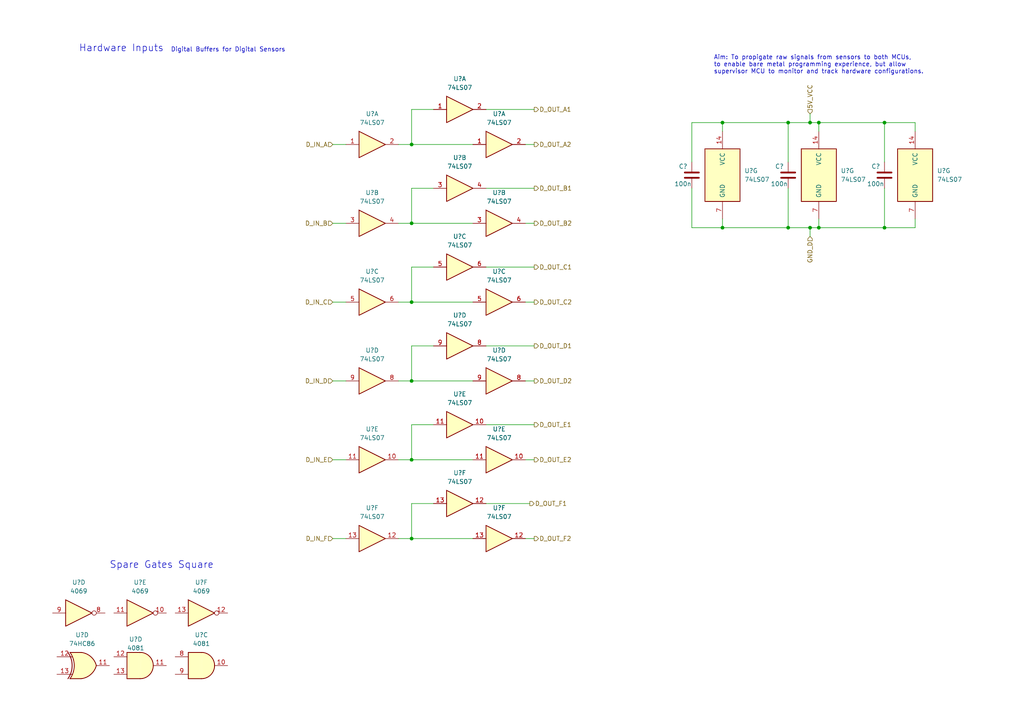
<source format=kicad_sch>
(kicad_sch (version 20211123) (generator eeschema)
  (paper "A4")
  (lib_symbols
    (symbol "000_Capacitor_Film_Immo:cap_film_0805" (pin_numbers hide) (pin_names (offset 0.254))
      (property "Reference" "C" (at 0.635 2.54 0))
      (property "Value" "cap_film_0805" (at 0.635 -2.54 0))
      (symbol "cap_film_0805_0_1"
        (polyline (pts (xy -2.032 -0.762) (xy 2.032 -0.762)) (stroke (width 0.508)))
        (polyline (pts (xy -2.032 0.762) (xy 2.032 0.762)) (stroke (width 0.508)))
      )
      (symbol "cap_film_0805_1_1"
        (pin passive line (at 0 3.81 270) (length 2.794) (name "~") (number "1"))
        (pin passive line (at 0 -3.81 90) (length 2.794) (name "~") (number "2"))
      )
    )
    (symbol "4xxx:4069" (pin_names (offset 1.016))
      (property "Reference" "U" (at 0 1.27 0))
      (property "Value" "4069" (at 0 -1.27 0))
      (symbol "4069_1_0"
        (polyline (pts (xy -3.81 3.81) (xy -3.81 -3.81) (xy 3.81 0) (xy -3.81 3.81)) (stroke (width 0.254)) (fill (type background)))
        (pin input line (at -7.62 0 0) (length 3.81) (name "~") (number "1"))
        (pin output inverted (at 7.62 0 180) (length 3.81) (name "~") (number "2"))
      )
      (symbol "4069_2_0"
        (polyline (pts (xy -3.81 3.81) (xy -3.81 -3.81) (xy 3.81 0) (xy -3.81 3.81)) (stroke (width 0.254)) (fill (type background)))
        (pin input line (at -7.62 0 0) (length 3.81) (name "~") (number "3"))
        (pin output inverted (at 7.62 0 180) (length 3.81) (name "~") (number "4"))
      )
      (symbol "4069_3_0"
        (polyline (pts (xy -3.81 3.81) (xy -3.81 -3.81) (xy 3.81 0) (xy -3.81 3.81)) (stroke (width 0.254)) (fill (type background)))
        (pin input line (at -7.62 0 0) (length 3.81) (name "~") (number "5"))
        (pin output inverted (at 7.62 0 180) (length 3.81) (name "~") (number "6"))
      )
      (symbol "4069_4_0"
        (polyline (pts (xy -3.81 3.81) (xy -3.81 -3.81) (xy 3.81 0) (xy -3.81 3.81)) (stroke (width 0.254)) (fill (type background)))
        (pin output inverted (at 7.62 0 180) (length 3.81) (name "~") (number "8"))
        (pin input line (at -7.62 0 0) (length 3.81) (name "~") (number "9"))
      )
      (symbol "4069_5_0"
        (polyline (pts (xy -3.81 3.81) (xy -3.81 -3.81) (xy 3.81 0) (xy -3.81 3.81)) (stroke (width 0.254)) (fill (type background)))
        (pin output inverted (at 7.62 0 180) (length 3.81) (name "~") (number "10"))
        (pin input line (at -7.62 0 0) (length 3.81) (name "~") (number "11"))
      )
      (symbol "4069_6_0"
        (polyline (pts (xy -3.81 3.81) (xy -3.81 -3.81) (xy 3.81 0) (xy -3.81 3.81)) (stroke (width 0.254)) (fill (type background)))
        (pin output inverted (at 7.62 0 180) (length 3.81) (name "~") (number "12"))
        (pin input line (at -7.62 0 0) (length 3.81) (name "~") (number "13"))
      )
      (symbol "4069_7_0"
        (pin power_in line (at 0 12.7 270) (length 5.08) (name "VDD") (number "14"))
        (pin power_in line (at 0 -12.7 90) (length 5.08) (name "VSS") (number "7"))
      )
      (symbol "4069_7_1"
        (rectangle (start -5.08 7.62) (end 5.08 -7.62) (stroke (width 0.254)) (fill (type background)))
      )
    )
    (symbol "4xxx:4081" (pin_names (offset 1.016))
      (property "Reference" "U" (at 0 1.27 0))
      (property "Value" "4081" (at 0 -1.27 0))
      (symbol "4081_1_1"
        (arc (start 0 -3.81) (mid 3.81 0) (end 0 3.81) (stroke (width 0.254)) (fill (type background)))
        (polyline (pts (xy 0 3.81) (xy -3.81 3.81) (xy -3.81 -3.81) (xy 0 -3.81)) (stroke (width 0.254)) (fill (type background)))
        (pin input line (at -7.62 2.54 0) (length 3.81) (name "~") (number "1"))
        (pin input line (at -7.62 -2.54 0) (length 3.81) (name "~") (number "2"))
        (pin output line (at 7.62 0 180) (length 3.81) (name "~") (number "3"))
      )
      (symbol "4081_1_2"
        (arc (start -3.81 -3.81) (mid -2.589 0) (end -3.81 3.81) (stroke (width 0.254)))
        (arc (start -0.6096 -3.81) (mid 2.1855 -2.584) (end 3.81 0) (stroke (width 0.254)) (fill (type background)))
        (polyline (pts (xy -3.81 -3.81) (xy -0.635 -3.81)) (stroke (width 0.254)) (fill (type background)))
        (polyline (pts (xy -3.81 3.81) (xy -0.635 3.81)) (stroke (width 0.254)) (fill (type background)))
        (polyline (pts (xy -0.635 3.81) (xy -3.81 3.81) (xy -3.81 3.81) (xy -3.556 3.4036) (xy -3.0226 2.2606) (xy -2.6924 1.0414) (xy -2.6162 -0.254) (xy -2.7686 -1.4986) (xy -3.175 -2.7178) (xy -3.81 -3.81) (xy -3.81 -3.81) (xy -0.635 -3.81)) (stroke (width -25.4)) (fill (type background)))
        (arc (start 3.81 0) (mid 2.1928 2.5925) (end -0.6096 3.81) (stroke (width 0.254)) (fill (type background)))
        (pin input inverted (at -7.62 2.54 0) (length 4.318) (name "~") (number "1"))
        (pin input inverted (at -7.62 -2.54 0) (length 4.318) (name "~") (number "2"))
        (pin output inverted (at 7.62 0 180) (length 3.81) (name "~") (number "3"))
      )
      (symbol "4081_2_1"
        (arc (start 0 -3.81) (mid 3.81 0) (end 0 3.81) (stroke (width 0.254)) (fill (type background)))
        (polyline (pts (xy 0 3.81) (xy -3.81 3.81) (xy -3.81 -3.81) (xy 0 -3.81)) (stroke (width 0.254)) (fill (type background)))
        (pin output line (at 7.62 0 180) (length 3.81) (name "~") (number "4"))
        (pin input line (at -7.62 2.54 0) (length 3.81) (name "~") (number "5"))
        (pin input line (at -7.62 -2.54 0) (length 3.81) (name "~") (number "6"))
      )
      (symbol "4081_2_2"
        (arc (start -3.81 -3.81) (mid -2.589 0) (end -3.81 3.81) (stroke (width 0.254)))
        (arc (start -0.6096 -3.81) (mid 2.1855 -2.584) (end 3.81 0) (stroke (width 0.254)) (fill (type background)))
        (polyline (pts (xy -3.81 -3.81) (xy -0.635 -3.81)) (stroke (width 0.254)) (fill (type background)))
        (polyline (pts (xy -3.81 3.81) (xy -0.635 3.81)) (stroke (width 0.254)) (fill (type background)))
        (polyline (pts (xy -0.635 3.81) (xy -3.81 3.81) (xy -3.81 3.81) (xy -3.556 3.4036) (xy -3.0226 2.2606) (xy -2.6924 1.0414) (xy -2.6162 -0.254) (xy -2.7686 -1.4986) (xy -3.175 -2.7178) (xy -3.81 -3.81) (xy -3.81 -3.81) (xy -0.635 -3.81)) (stroke (width -25.4)) (fill (type background)))
        (arc (start 3.81 0) (mid 2.1928 2.5925) (end -0.6096 3.81) (stroke (width 0.254)) (fill (type background)))
        (pin output inverted (at 7.62 0 180) (length 3.81) (name "~") (number "4"))
        (pin input inverted (at -7.62 2.54 0) (length 4.318) (name "~") (number "5"))
        (pin input inverted (at -7.62 -2.54 0) (length 4.318) (name "~") (number "6"))
      )
      (symbol "4081_3_1"
        (arc (start 0 -3.81) (mid 3.81 0) (end 0 3.81) (stroke (width 0.254)) (fill (type background)))
        (polyline (pts (xy 0 3.81) (xy -3.81 3.81) (xy -3.81 -3.81) (xy 0 -3.81)) (stroke (width 0.254)) (fill (type background)))
        (pin output line (at 7.62 0 180) (length 3.81) (name "~") (number "10"))
        (pin input line (at -7.62 2.54 0) (length 3.81) (name "~") (number "8"))
        (pin input line (at -7.62 -2.54 0) (length 3.81) (name "~") (number "9"))
      )
      (symbol "4081_3_2"
        (arc (start -3.81 -3.81) (mid -2.589 0) (end -3.81 3.81) (stroke (width 0.254)))
        (arc (start -0.6096 -3.81) (mid 2.1855 -2.584) (end 3.81 0) (stroke (width 0.254)) (fill (type background)))
        (polyline (pts (xy -3.81 -3.81) (xy -0.635 -3.81)) (stroke (width 0.254)) (fill (type background)))
        (polyline (pts (xy -3.81 3.81) (xy -0.635 3.81)) (stroke (width 0.254)) (fill (type background)))
        (polyline (pts (xy -0.635 3.81) (xy -3.81 3.81) (xy -3.81 3.81) (xy -3.556 3.4036) (xy -3.0226 2.2606) (xy -2.6924 1.0414) (xy -2.6162 -0.254) (xy -2.7686 -1.4986) (xy -3.175 -2.7178) (xy -3.81 -3.81) (xy -3.81 -3.81) (xy -0.635 -3.81)) (stroke (width -25.4)) (fill (type background)))
        (arc (start 3.81 0) (mid 2.1928 2.5925) (end -0.6096 3.81) (stroke (width 0.254)) (fill (type background)))
        (pin output inverted (at 7.62 0 180) (length 3.81) (name "~") (number "10"))
        (pin input inverted (at -7.62 2.54 0) (length 4.318) (name "~") (number "8"))
        (pin input inverted (at -7.62 -2.54 0) (length 4.318) (name "~") (number "9"))
      )
      (symbol "4081_4_1"
        (arc (start 0 -3.81) (mid 3.81 0) (end 0 3.81) (stroke (width 0.254)) (fill (type background)))
        (polyline (pts (xy 0 3.81) (xy -3.81 3.81) (xy -3.81 -3.81) (xy 0 -3.81)) (stroke (width 0.254)) (fill (type background)))
        (pin output line (at 7.62 0 180) (length 3.81) (name "~") (number "11"))
        (pin input line (at -7.62 2.54 0) (length 3.81) (name "~") (number "12"))
        (pin input line (at -7.62 -2.54 0) (length 3.81) (name "~") (number "13"))
      )
      (symbol "4081_4_2"
        (arc (start -3.81 -3.81) (mid -2.589 0) (end -3.81 3.81) (stroke (width 0.254)))
        (arc (start -0.6096 -3.81) (mid 2.1855 -2.584) (end 3.81 0) (stroke (width 0.254)) (fill (type background)))
        (polyline (pts (xy -3.81 -3.81) (xy -0.635 -3.81)) (stroke (width 0.254)) (fill (type background)))
        (polyline (pts (xy -3.81 3.81) (xy -0.635 3.81)) (stroke (width 0.254)) (fill (type background)))
        (polyline (pts (xy -0.635 3.81) (xy -3.81 3.81) (xy -3.81 3.81) (xy -3.556 3.4036) (xy -3.0226 2.2606) (xy -2.6924 1.0414) (xy -2.6162 -0.254) (xy -2.7686 -1.4986) (xy -3.175 -2.7178) (xy -3.81 -3.81) (xy -3.81 -3.81) (xy -0.635 -3.81)) (stroke (width -25.4)) (fill (type background)))
        (arc (start 3.81 0) (mid 2.1928 2.5925) (end -0.6096 3.81) (stroke (width 0.254)) (fill (type background)))
        (pin output inverted (at 7.62 0 180) (length 3.81) (name "~") (number "11"))
        (pin input inverted (at -7.62 2.54 0) (length 4.318) (name "~") (number "12"))
        (pin input inverted (at -7.62 -2.54 0) (length 4.318) (name "~") (number "13"))
      )
      (symbol "4081_5_0"
        (pin power_in line (at 0 12.7 270) (length 5.08) (name "VDD") (number "14"))
        (pin power_in line (at 0 -12.7 90) (length 5.08) (name "VSS") (number "7"))
      )
      (symbol "4081_5_1"
        (rectangle (start -5.08 7.62) (end 5.08 -7.62) (stroke (width 0.254)) (fill (type background)))
      )
    )
    (symbol "74xx:74HC86" (pin_names (offset 1.016))
      (property "Reference" "U" (at 0 1.27 0))
      (property "Value" "74HC86" (at 0 -1.27 0))
      (symbol "74HC86_1_0"
        (arc (start -4.4196 -3.81) (mid -3.2033 0) (end -4.4196 3.81) (stroke (width 0.254)))
        (arc (start -3.81 -3.81) (mid -2.589 0) (end -3.81 3.81) (stroke (width 0.254)))
        (arc (start -0.6096 -3.81) (mid 2.1855 -2.584) (end 3.81 0) (stroke (width 0.254)) (fill (type background)))
        (polyline (pts (xy -3.81 -3.81) (xy -0.635 -3.81)) (stroke (width 0.254)) (fill (type background)))
        (polyline (pts (xy -3.81 3.81) (xy -0.635 3.81)) (stroke (width 0.254)) (fill (type background)))
        (polyline (pts (xy -0.635 3.81) (xy -3.81 3.81) (xy -3.81 3.81) (xy -3.556 3.4036) (xy -3.0226 2.2606) (xy -2.6924 1.0414) (xy -2.6162 -0.254) (xy -2.7686 -1.4986) (xy -3.175 -2.7178) (xy -3.81 -3.81) (xy -3.81 -3.81) (xy -0.635 -3.81)) (stroke (width -25.4)) (fill (type background)))
        (arc (start 3.81 0) (mid 2.1928 2.5925) (end -0.6096 3.81) (stroke (width 0.254)) (fill (type background)))
        (pin input line (at -7.62 2.54 0) (length 4.445) (name "~") (number "1"))
        (pin input line (at -7.62 -2.54 0) (length 4.445) (name "~") (number "2"))
        (pin output line (at 7.62 0 180) (length 3.81) (name "~") (number "3"))
      )
      (symbol "74HC86_1_1"
        (polyline (pts (xy -3.81 -2.54) (xy -3.175 -2.54)) (stroke (width 0.1524)))
        (polyline (pts (xy -3.81 2.54) (xy -3.175 2.54)) (stroke (width 0.1524)))
      )
      (symbol "74HC86_2_0"
        (arc (start -4.4196 -3.81) (mid -3.2033 0) (end -4.4196 3.81) (stroke (width 0.254)))
        (arc (start -3.81 -3.81) (mid -2.589 0) (end -3.81 3.81) (stroke (width 0.254)))
        (arc (start -0.6096 -3.81) (mid 2.1855 -2.584) (end 3.81 0) (stroke (width 0.254)) (fill (type background)))
        (polyline (pts (xy -3.81 -3.81) (xy -0.635 -3.81)) (stroke (width 0.254)) (fill (type background)))
        (polyline (pts (xy -3.81 3.81) (xy -0.635 3.81)) (stroke (width 0.254)) (fill (type background)))
        (polyline (pts (xy -0.635 3.81) (xy -3.81 3.81) (xy -3.81 3.81) (xy -3.556 3.4036) (xy -3.0226 2.2606) (xy -2.6924 1.0414) (xy -2.6162 -0.254) (xy -2.7686 -1.4986) (xy -3.175 -2.7178) (xy -3.81 -3.81) (xy -3.81 -3.81) (xy -0.635 -3.81)) (stroke (width -25.4)) (fill (type background)))
        (arc (start 3.81 0) (mid 2.1928 2.5925) (end -0.6096 3.81) (stroke (width 0.254)) (fill (type background)))
        (pin input line (at -7.62 2.54 0) (length 4.445) (name "~") (number "4"))
        (pin input line (at -7.62 -2.54 0) (length 4.445) (name "~") (number "5"))
        (pin output line (at 7.62 0 180) (length 3.81) (name "~") (number "6"))
      )
      (symbol "74HC86_2_1"
        (polyline (pts (xy -3.81 -2.54) (xy -3.175 -2.54)) (stroke (width 0.1524)))
        (polyline (pts (xy -3.81 2.54) (xy -3.175 2.54)) (stroke (width 0.1524)))
      )
      (symbol "74HC86_3_0"
        (arc (start -4.4196 -3.81) (mid -3.2033 0) (end -4.4196 3.81) (stroke (width 0.254)))
        (arc (start -3.81 -3.81) (mid -2.589 0) (end -3.81 3.81) (stroke (width 0.254)))
        (arc (start -0.6096 -3.81) (mid 2.1855 -2.584) (end 3.81 0) (stroke (width 0.254)) (fill (type background)))
        (polyline (pts (xy -3.81 -3.81) (xy -0.635 -3.81)) (stroke (width 0.254)) (fill (type background)))
        (polyline (pts (xy -3.81 3.81) (xy -0.635 3.81)) (stroke (width 0.254)) (fill (type background)))
        (polyline (pts (xy -0.635 3.81) (xy -3.81 3.81) (xy -3.81 3.81) (xy -3.556 3.4036) (xy -3.0226 2.2606) (xy -2.6924 1.0414) (xy -2.6162 -0.254) (xy -2.7686 -1.4986) (xy -3.175 -2.7178) (xy -3.81 -3.81) (xy -3.81 -3.81) (xy -0.635 -3.81)) (stroke (width -25.4)) (fill (type background)))
        (arc (start 3.81 0) (mid 2.1928 2.5925) (end -0.6096 3.81) (stroke (width 0.254)) (fill (type background)))
        (pin input line (at -7.62 -2.54 0) (length 4.445) (name "~") (number "10"))
        (pin output line (at 7.62 0 180) (length 3.81) (name "~") (number "8"))
        (pin input line (at -7.62 2.54 0) (length 4.445) (name "~") (number "9"))
      )
      (symbol "74HC86_3_1"
        (polyline (pts (xy -3.81 -2.54) (xy -3.175 -2.54)) (stroke (width 0.1524)))
        (polyline (pts (xy -3.81 2.54) (xy -3.175 2.54)) (stroke (width 0.1524)))
      )
      (symbol "74HC86_4_0"
        (arc (start -4.4196 -3.81) (mid -3.2033 0) (end -4.4196 3.81) (stroke (width 0.254)))
        (arc (start -3.81 -3.81) (mid -2.589 0) (end -3.81 3.81) (stroke (width 0.254)))
        (arc (start -0.6096 -3.81) (mid 2.1855 -2.584) (end 3.81 0) (stroke (width 0.254)) (fill (type background)))
        (polyline (pts (xy -3.81 -3.81) (xy -0.635 -3.81)) (stroke (width 0.254)) (fill (type background)))
        (polyline (pts (xy -3.81 3.81) (xy -0.635 3.81)) (stroke (width 0.254)) (fill (type background)))
        (polyline (pts (xy -0.635 3.81) (xy -3.81 3.81) (xy -3.81 3.81) (xy -3.556 3.4036) (xy -3.0226 2.2606) (xy -2.6924 1.0414) (xy -2.6162 -0.254) (xy -2.7686 -1.4986) (xy -3.175 -2.7178) (xy -3.81 -3.81) (xy -3.81 -3.81) (xy -0.635 -3.81)) (stroke (width -25.4)) (fill (type background)))
        (arc (start 3.81 0) (mid 2.1928 2.5925) (end -0.6096 3.81) (stroke (width 0.254)) (fill (type background)))
        (pin output line (at 7.62 0 180) (length 3.81) (name "~") (number "11"))
        (pin input line (at -7.62 2.54 0) (length 4.445) (name "~") (number "12"))
        (pin input line (at -7.62 -2.54 0) (length 4.445) (name "~") (number "13"))
      )
      (symbol "74HC86_4_1"
        (polyline (pts (xy -3.81 -2.54) (xy -3.175 -2.54)) (stroke (width 0.1524)))
        (polyline (pts (xy -3.81 2.54) (xy -3.175 2.54)) (stroke (width 0.1524)))
      )
      (symbol "74HC86_5_0"
        (pin power_in line (at 0 12.7 270) (length 5.08) (name "VCC") (number "14"))
        (pin power_in line (at 0 -12.7 90) (length 5.08) (name "GND") (number "7"))
      )
      (symbol "74HC86_5_1"
        (rectangle (start -5.08 7.62) (end 5.08 -7.62) (stroke (width 0.254)) (fill (type background)))
      )
    )
    (symbol "74xx:74LS07" (pin_names (offset 1.016))
      (property "Reference" "U" (at 0 1.27 0))
      (property "Value" "74LS07" (at 0 -1.27 0))
      (symbol "74LS07_1_0"
        (polyline (pts (xy -3.81 3.81) (xy -3.81 -3.81) (xy 3.81 0) (xy -3.81 3.81)) (stroke (width 0.254)) (fill (type background)))
        (pin input line (at -7.62 0 0) (length 3.81) (name "~") (number "1"))
        (pin open_collector line (at 7.62 0 180) (length 3.81) (name "~") (number "2"))
      )
      (symbol "74LS07_2_0"
        (polyline (pts (xy -3.81 3.81) (xy -3.81 -3.81) (xy 3.81 0) (xy -3.81 3.81)) (stroke (width 0.254)) (fill (type background)))
        (pin input line (at -7.62 0 0) (length 3.81) (name "~") (number "3"))
        (pin open_collector line (at 7.62 0 180) (length 3.81) (name "~") (number "4"))
      )
      (symbol "74LS07_3_0"
        (polyline (pts (xy -3.81 3.81) (xy -3.81 -3.81) (xy 3.81 0) (xy -3.81 3.81)) (stroke (width 0.254)) (fill (type background)))
        (pin input line (at -7.62 0 0) (length 3.81) (name "~") (number "5"))
        (pin open_collector line (at 7.62 0 180) (length 3.81) (name "~") (number "6"))
      )
      (symbol "74LS07_4_0"
        (polyline (pts (xy -3.81 3.81) (xy -3.81 -3.81) (xy 3.81 0) (xy -3.81 3.81)) (stroke (width 0.254)) (fill (type background)))
        (pin open_collector line (at 7.62 0 180) (length 3.81) (name "~") (number "8"))
        (pin input line (at -7.62 0 0) (length 3.81) (name "~") (number "9"))
      )
      (symbol "74LS07_5_0"
        (polyline (pts (xy -3.81 3.81) (xy -3.81 -3.81) (xy 3.81 0) (xy -3.81 3.81)) (stroke (width 0.254)) (fill (type background)))
        (pin open_collector line (at 7.62 0 180) (length 3.81) (name "~") (number "10"))
        (pin input line (at -7.62 0 0) (length 3.81) (name "~") (number "11"))
      )
      (symbol "74LS07_6_0"
        (polyline (pts (xy -3.81 3.81) (xy -3.81 -3.81) (xy 3.81 0) (xy -3.81 3.81)) (stroke (width 0.254)) (fill (type background)))
        (pin open_collector line (at 7.62 0 180) (length 3.81) (name "~") (number "12"))
        (pin input line (at -7.62 0 0) (length 3.81) (name "~") (number "13"))
      )
      (symbol "74LS07_7_0"
        (pin power_in line (at 0 12.7 270) (length 5.08) (name "VCC") (number "14"))
        (pin power_in line (at 0 -12.7 90) (length 5.08) (name "GND") (number "7"))
      )
      (symbol "74LS07_7_1"
        (rectangle (start -5.08 7.62) (end 5.08 -7.62) (stroke (width 0.254)) (fill (type background)))
      )
    )
  )
  (junction (at 119.38 41.91))
  (junction (at 119.38 87.63))
  (junction (at 119.38 133.35))
  (junction (at 119.38 64.77))
  (junction (at 209.55 66.04))
  (junction (at 237.49 35.56))
  (junction (at 256.54 35.56))
  (junction (at 228.6 35.56))
  (junction (at 119.38 156.21))
  (junction (at 256.54 66.04))
  (junction (at 209.55 35.56))
  (junction (at 234.95 66.04))
  (junction (at 228.6 66.04))
  (junction (at 119.38 110.49))
  (junction (at 234.95 35.56))
  (junction (at 237.49 66.04))
  (wire (pts (xy 119.38 54.61) (xy 119.38 64.77)))
  (wire (pts (xy 125.73 100.33) (xy 119.38 100.33)))
  (wire (pts (xy 256.54 35.56) (xy 256.54 46.99)))
  (wire (pts (xy 125.73 54.61) (xy 119.38 54.61)))
  (wire (pts (xy 137.16 64.77) (xy 119.38 64.77)))
  (wire (pts (xy 140.97 31.75) (xy 154.94 31.75)))
  (wire (pts (xy 125.73 123.19) (xy 119.38 123.19)))
  (wire (pts (xy 228.6 35.56) (xy 228.6 46.99)))
  (wire (pts (xy 200.66 35.56) (xy 200.66 46.99)))
  (wire (pts (xy 209.55 35.56) (xy 200.66 35.56)))
  (wire (pts (xy 237.49 35.56) (xy 256.54 35.56)))
  (wire (pts (xy 96.52 156.21) (xy 100.33 156.21)))
  (wire (pts (xy 228.6 66.04) (xy 234.95 66.04)))
  (wire (pts (xy 237.49 35.56) (xy 237.49 38.1)))
  (wire (pts (xy 234.95 35.56) (xy 237.49 35.56)))
  (wire (pts (xy 234.95 66.04) (xy 237.49 66.04)))
  (wire (pts (xy 256.54 35.56) (xy 265.43 35.56)))
  (wire (pts (xy 237.49 63.5) (xy 237.49 66.04)))
  (wire (pts (xy 209.55 63.5) (xy 209.55 66.04)))
  (wire (pts (xy 119.38 146.05) (xy 119.38 156.21)))
  (wire (pts (xy 140.97 146.05) (xy 153.67 146.05)))
  (wire (pts (xy 96.52 41.91) (xy 100.33 41.91)))
  (wire (pts (xy 265.43 35.56) (xy 265.43 38.1)))
  (wire (pts (xy 119.38 156.21) (xy 137.16 156.21)))
  (wire (pts (xy 140.97 54.61) (xy 154.94 54.61)))
  (wire (pts (xy 234.95 35.56) (xy 228.6 35.56)))
  (wire (pts (xy 228.6 54.61) (xy 228.6 66.04)))
  (wire (pts (xy 115.57 133.35) (xy 119.38 133.35)))
  (wire (pts (xy 265.43 66.04) (xy 265.43 63.5)))
  (wire (pts (xy 137.16 41.91) (xy 119.38 41.91)))
  (wire (pts (xy 152.4 41.91) (xy 154.94 41.91)))
  (wire (pts (xy 200.66 66.04) (xy 209.55 66.04)))
  (wire (pts (xy 96.52 87.63) (xy 100.33 87.63)))
  (wire (pts (xy 152.4 87.63) (xy 154.94 87.63)))
  (wire (pts (xy 119.38 110.49) (xy 137.16 110.49)))
  (wire (pts (xy 256.54 54.61) (xy 256.54 66.04)))
  (wire (pts (xy 96.52 133.35) (xy 100.33 133.35)))
  (wire (pts (xy 234.95 66.04) (xy 234.95 68.58)))
  (wire (pts (xy 237.49 66.04) (xy 256.54 66.04)))
  (wire (pts (xy 209.55 35.56) (xy 209.55 38.1)))
  (wire (pts (xy 115.57 64.77) (xy 119.38 64.77)))
  (wire (pts (xy 152.4 110.49) (xy 154.94 110.49)))
  (wire (pts (xy 209.55 35.56) (xy 228.6 35.56)))
  (wire (pts (xy 234.95 33.02) (xy 234.95 35.56)))
  (wire (pts (xy 152.4 133.35) (xy 154.94 133.35)))
  (wire (pts (xy 119.38 31.75) (xy 119.38 41.91)))
  (wire (pts (xy 96.52 64.77) (xy 100.33 64.77)))
  (wire (pts (xy 115.57 110.49) (xy 119.38 110.49)))
  (wire (pts (xy 125.73 146.05) (xy 119.38 146.05)))
  (wire (pts (xy 209.55 66.04) (xy 228.6 66.04)))
  (wire (pts (xy 125.73 77.47) (xy 119.38 77.47)))
  (wire (pts (xy 119.38 77.47) (xy 119.38 87.63)))
  (wire (pts (xy 152.4 156.21) (xy 154.94 156.21)))
  (wire (pts (xy 96.52 110.49) (xy 100.33 110.49)))
  (wire (pts (xy 119.38 123.19) (xy 119.38 133.35)))
  (wire (pts (xy 140.97 77.47) (xy 154.94 77.47)))
  (wire (pts (xy 152.4 64.77) (xy 154.94 64.77)))
  (wire (pts (xy 140.97 100.33) (xy 154.94 100.33)))
  (wire (pts (xy 125.73 31.75) (xy 119.38 31.75)))
  (wire (pts (xy 119.38 87.63) (xy 137.16 87.63)))
  (wire (pts (xy 115.57 156.21) (xy 119.38 156.21)))
  (wire (pts (xy 256.54 66.04) (xy 265.43 66.04)))
  (wire (pts (xy 119.38 100.33) (xy 119.38 110.49)))
  (wire (pts (xy 115.57 41.91) (xy 119.38 41.91)))
  (wire (pts (xy 119.38 133.35) (xy 137.16 133.35)))
  (wire (pts (xy 115.57 87.63) (xy 119.38 87.63)))
  (wire (pts (xy 140.97 123.19) (xy 154.94 123.19)))
  (wire (pts (xy 200.66 54.61) (xy 200.66 66.04)))
  (text "Hardware Inputs" (at 22.86 15.24 0) (effects (font (size 2 2)) (justify left bottom)))
  (text "Digital Buffers for Digital Sensors" (at 49.53 15.24 0) (effects (font (size 1.27 1.27)) (justify left bottom)))
  (text "Aim: To propigate raw signals from sensors to both MCUs, \nto enable bare metal programming experience, but allow\nsupervisor MCU to monitor and track hardware configurations." (at 207.01 21.59 0) (effects (font (size 1.27 1.27)) (justify left bottom)))
  (text "Spare Gates Square" (at 31.75 165.1 0) (effects (font (size 2 2)) (justify left bottom)))
  (hierarchical_label "D_OUT_B1" (shape output) (at 154.94 54.61 0))
  (hierarchical_label "D_OUT_E1" (shape output) (at 154.94 123.19 0))
  (hierarchical_label "5V_VCC" (shape input) (at 234.95 33.02 90))
  (hierarchical_label "D_OUT_A2" (shape output) (at 154.94 41.91 0))
  (hierarchical_label "D_OUT_C2" (shape output) (at 154.94 87.63 0))
  (hierarchical_label "GND_D" (shape input) (at 234.95 68.58 270))
  (hierarchical_label "D_OUT_F2" (shape output) (at 154.94 156.21 0))
  (hierarchical_label "D_OUT_F1" (shape output) (at 153.67 146.05 0))
  (hierarchical_label "D_IN_F" (shape input) (at 96.52 156.21 180))
  (hierarchical_label "D_IN_E" (shape input) (at 96.52 133.35 180))
  (hierarchical_label "D_OUT_C1" (shape output) (at 154.94 77.47 0))
  (hierarchical_label "D_OUT_A1" (shape output) (at 154.94 31.75 0))
  (hierarchical_label "D_IN_A" (shape input) (at 96.52 41.91 180))
  (hierarchical_label "D_OUT_B2" (shape output) (at 154.94 64.77 0))
  (hierarchical_label "D_IN_B" (shape input) (at 96.52 64.77 180))
  (hierarchical_label "D_OUT_E2" (shape output) (at 154.94 133.35 0))
  (hierarchical_label "D_IN_C" (shape input) (at 96.52 87.63 180))
  (hierarchical_label "D_OUT_D2" (shape output) (at 154.94 110.49 0))
  (hierarchical_label "D_OUT_D1" (shape output) (at 154.94 100.33 0))
  (hierarchical_label "D_IN_D" (shape input) (at 96.52 110.49 180))
  (symbol (lib_id "000_Capacitor_Film_Immo:cap_film_0805") (at 228.6 50.8 0) (unit 1)
    (property "Reference" "C?" (at 224.79 48.26 0) (effects (justify left)))
    (property "Value" "100n" (at 223.52 53.34 0) (effects (justify left)))
    (property "Footprint" "Capacitor_SMD:C_0805_2012Metric_Pad1.18x1.45mm_HandSolder" (effects hide))
  )
  (symbol (lib_id "000_Capacitor_Film_Immo:cap_film_0805") (at 200.66 50.8 0) (unit 1)
    (property "Reference" "C?" (at 196.85 48.26 0) (effects (justify left)))
    (property "Value" "100n" (at 195.58 53.34 0) (effects (justify left)))
    (property "Footprint" "Capacitor_SMD:C_0805_2012Metric_Pad1.18x1.45mm_HandSolder" (effects hide))
  )
  (symbol (lib_id "74xx:74LS07") (at 144.78 156.21 0) (unit 6)
    (property "Reference" "U?" (at 144.78 147.32 0))
    (property "Value" "74LS07" (at 144.78 149.86 0))
    (property "Datasheet" "www.ti.com/lit/ds/symlink/sn74ls07.pdf" (effects hide))
  )
  (symbol (lib_id "74xx:74LS07") (at 144.78 41.91 0) (unit 1)
    (property "Reference" "U?" (at 144.78 33.02 0))
    (property "Value" "74LS07" (at 144.78 35.56 0))
    (property "Datasheet" "www.ti.com/lit/ds/symlink/sn74ls07.pdf" (effects hide))
  )
  (symbol (lib_id "74xx:74LS07") (at 107.95 41.91 0) (unit 1)
    (property "Reference" "U?" (at 107.95 33.02 0))
    (property "Value" "74LS07" (at 107.95 35.56 0))
    (property "Datasheet" "www.ti.com/lit/ds/symlink/sn74ls07.pdf" (effects hide))
  )
  (symbol (lib_id "74xx:74LS07") (at 209.55 50.8 0) (unit 7)
    (property "Reference" "U?" (at 215.9 49.5299 0) (effects (justify left)))
    (property "Value" "74LS07" (at 215.9 52.0699 0) (effects (justify left)))
    (property "Datasheet" "www.ti.com/lit/ds/symlink/sn74ls07.pdf" (effects hide))
  )
  (symbol (lib_id "4xxx:4069") (at 58.42 177.8 0) (unit 6)
    (property "Reference" "U?" (at 58.42 168.91 0))
    (property "Value" "4069" (at 58.42 171.45 0))
    (property "Datasheet" "http://www.intersil.com/content/dam/Intersil/documents/cd40/cd4069ubms.pdf" (effects hide))
  )
  (symbol (lib_id "74xx:74LS07") (at 144.78 64.77 0) (unit 2)
    (property "Reference" "U?" (at 144.78 55.88 0))
    (property "Value" "74LS07" (at 144.78 58.42 0))
    (property "Datasheet" "www.ti.com/lit/ds/symlink/sn74ls07.pdf" (effects hide))
  )
  (symbol (lib_id "74xx:74LS07") (at 107.95 133.35 0) (unit 5)
    (property "Reference" "U?" (at 107.95 124.46 0))
    (property "Value" "74LS07" (at 107.95 127 0))
    (property "Datasheet" "www.ti.com/lit/ds/symlink/sn74ls07.pdf" (effects hide))
  )
  (symbol (lib_id "74xx:74LS07") (at 133.35 123.19 0) (unit 5)
    (property "Reference" "U?" (at 133.35 114.3 0))
    (property "Value" "74LS07" (at 133.35 116.84 0))
    (property "Datasheet" "www.ti.com/lit/ds/symlink/sn74ls07.pdf" (effects hide))
  )
  (symbol (lib_id "74xx:74LS07") (at 133.35 31.75 0) (unit 1)
    (property "Reference" "U?" (at 133.35 22.86 0))
    (property "Value" "74LS07" (at 133.35 25.4 0))
    (property "Datasheet" "www.ti.com/lit/ds/symlink/sn74ls07.pdf" (effects hide))
  )
  (symbol (lib_id "4xxx:4081") (at 40.64 193.04 0) (unit 4)
    (property "Reference" "U?" (at 39.37 185.42 0))
    (property "Value" "4081" (at 39.37 187.96 0))
    (property "Datasheet" "http://www.intersil.com/content/dam/Intersil/documents/cd40/cd4073bms-81bms-82bms.pdf" (effects hide))
  )
  (symbol (lib_id "4xxx:4069") (at 40.64 177.8 0) (unit 5)
    (property "Reference" "U?" (at 40.64 168.91 0))
    (property "Value" "4069" (at 40.64 171.45 0))
    (property "Datasheet" "http://www.intersil.com/content/dam/Intersil/documents/cd40/cd4069ubms.pdf" (effects hide))
  )
  (symbol (lib_id "74xx:74HC86") (at 24.13 193.04 0) (unit 4)
    (property "Reference" "U?" (at 23.8252 184.15 0))
    (property "Value" "74HC86" (at 23.8252 186.69 0))
    (property "Datasheet" "http://www.ti.com/lit/gpn/sn74HC86" (effects hide))
  )
  (symbol (lib_id "000_Capacitor_Film_Immo:cap_film_0805") (at 256.54 50.8 0) (unit 1)
    (property "Reference" "C?" (at 252.73 48.26 0) (effects (justify left)))
    (property "Value" "100n" (at 251.46 53.34 0) (effects (justify left)))
    (property "Footprint" "Capacitor_SMD:C_0805_2012Metric_Pad1.18x1.45mm_HandSolder" (effects hide))
  )
  (symbol (lib_id "74xx:74LS07") (at 144.78 133.35 0) (unit 5)
    (property "Reference" "U?" (at 144.78 124.46 0))
    (property "Value" "74LS07" (at 144.78 127 0))
    (property "Datasheet" "www.ti.com/lit/ds/symlink/sn74ls07.pdf" (effects hide))
  )
  (symbol (lib_id "74xx:74LS07") (at 144.78 87.63 0) (unit 3)
    (property "Reference" "U?" (at 144.78 78.74 0))
    (property "Value" "74LS07" (at 144.78 81.28 0))
    (property "Datasheet" "www.ti.com/lit/ds/symlink/sn74ls07.pdf" (effects hide))
  )
  (symbol (lib_id "74xx:74LS07") (at 107.95 110.49 0) (unit 4)
    (property "Reference" "U?" (at 107.95 101.6 0))
    (property "Value" "74LS07" (at 107.95 104.14 0))
    (property "Datasheet" "www.ti.com/lit/ds/symlink/sn74ls07.pdf" (effects hide))
  )
  (symbol (lib_id "74xx:74LS07") (at 107.95 64.77 0) (unit 2)
    (property "Reference" "U?" (at 107.95 55.88 0))
    (property "Value" "74LS07" (at 107.95 58.42 0))
    (property "Datasheet" "www.ti.com/lit/ds/symlink/sn74ls07.pdf" (effects hide))
  )
  (symbol (lib_id "74xx:74LS07") (at 133.35 100.33 0) (unit 4)
    (property "Reference" "U?" (at 133.35 91.44 0))
    (property "Value" "74LS07" (at 133.35 93.98 0))
    (property "Datasheet" "www.ti.com/lit/ds/symlink/sn74ls07.pdf" (effects hide))
  )
  (symbol (lib_id "74xx:74LS07") (at 133.35 54.61 0) (unit 2)
    (property "Reference" "U?" (at 133.35 45.72 0))
    (property "Value" "74LS07" (at 133.35 48.26 0))
    (property "Datasheet" "www.ti.com/lit/ds/symlink/sn74ls07.pdf" (effects hide))
  )
  (symbol (lib_id "74xx:74LS07") (at 265.43 50.8 0) (unit 7)
    (property "Reference" "U?" (at 271.78 49.5299 0) (effects (justify left)))
    (property "Value" "74LS07" (at 271.78 52.0699 0) (effects (justify left)))
    (property "Datasheet" "www.ti.com/lit/ds/symlink/sn74ls07.pdf" (effects hide))
  )
  (symbol (lib_id "74xx:74LS07") (at 107.95 156.21 0) (unit 6)
    (property "Reference" "U?" (at 107.95 147.32 0))
    (property "Value" "74LS07" (at 107.95 149.86 0))
    (property "Datasheet" "www.ti.com/lit/ds/symlink/sn74ls07.pdf" (effects hide))
  )
  (symbol (lib_id "74xx:74LS07") (at 133.35 146.05 0) (unit 6)
    (property "Reference" "U?" (at 133.35 137.16 0))
    (property "Value" "74LS07" (at 133.35 139.7 0))
    (property "Datasheet" "www.ti.com/lit/ds/symlink/sn74ls07.pdf" (effects hide))
  )
  (symbol (lib_id "4xxx:4069") (at 22.86 177.8 0) (unit 4)
    (property "Reference" "U?" (at 22.86 168.91 0))
    (property "Value" "4069" (at 22.86 171.45 0))
    (property "Datasheet" "http://www.intersil.com/content/dam/Intersil/documents/cd40/cd4069ubms.pdf" (effects hide))
  )
  (symbol (lib_id "4xxx:4081") (at 58.42 193.04 0) (unit 3)
    (property "Reference" "U?" (at 58.42 184.15 0))
    (property "Value" "4081" (at 58.42 186.69 0))
    (property "Datasheet" "http://www.intersil.com/content/dam/Intersil/documents/cd40/cd4073bms-81bms-82bms.pdf" (effects hide))
  )
  (symbol (lib_id "74xx:74LS07") (at 133.35 77.47 0) (unit 3)
    (property "Reference" "U?" (at 133.35 68.58 0))
    (property "Value" "74LS07" (at 133.35 71.12 0))
    (property "Datasheet" "www.ti.com/lit/ds/symlink/sn74ls07.pdf" (effects hide))
  )
  (symbol (lib_id "74xx:74LS07") (at 144.78 110.49 0) (unit 4)
    (property "Reference" "U?" (at 144.78 101.6 0))
    (property "Value" "74LS07" (at 144.78 104.14 0))
    (property "Datasheet" "www.ti.com/lit/ds/symlink/sn74ls07.pdf" (effects hide))
  )
  (symbol (lib_id "74xx:74LS07") (at 237.49 50.8 0) (unit 7)
    (property "Reference" "U?" (at 243.84 49.5299 0) (effects (justify left)))
    (property "Value" "74LS07" (at 243.84 52.07 0) (effects (justify left)))
    (property "Datasheet" "www.ti.com/lit/ds/symlink/sn74ls07.pdf" (effects hide))
  )
  (symbol (lib_id "74xx:74LS07") (at 107.95 87.63 0) (unit 3)
    (property "Reference" "U?" (at 107.95 78.74 0))
    (property "Value" "74LS07" (at 107.95 81.28 0))
    (property "Datasheet" "www.ti.com/lit/ds/symlink/sn74ls07.pdf" (effects hide))
  )
)
</source>
